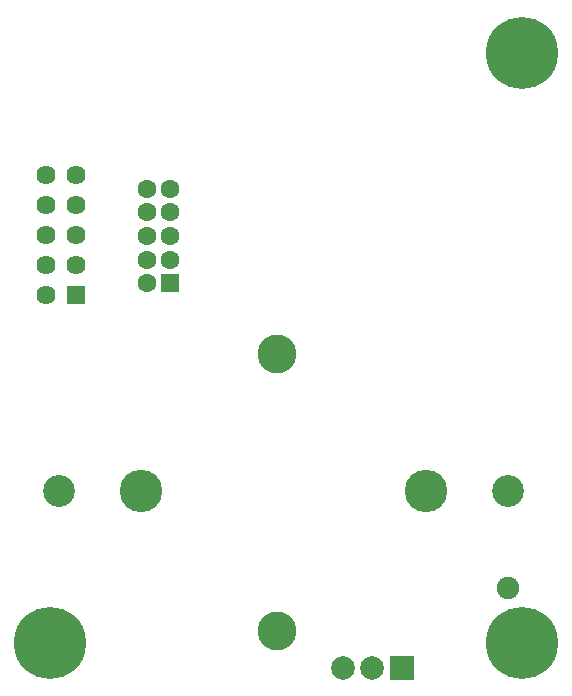
<source format=gbs>
G04*
G04 #@! TF.GenerationSoftware,Altium Limited,Altium Designer,18.1.7 (191)*
G04*
G04 Layer_Color=16711935*
%FSLAX24Y24*%
%MOIN*%
G70*
G01*
G75*
%ADD43C,0.2402*%
%ADD44C,0.0748*%
%ADD46C,0.0639*%
%ADD47R,0.0639X0.0639*%
%ADD48C,0.1299*%
%ADD49C,0.0630*%
%ADD50R,0.0630X0.0630*%
%ADD51C,0.1063*%
%ADD52C,0.1417*%
%ADD81C,0.0789*%
%ADD82R,0.0789X0.0789*%
D43*
X17323Y21220D02*
D03*
Y1535D02*
D03*
X1575D02*
D03*
D44*
X16850Y3386D02*
D03*
D46*
X2457Y14142D02*
D03*
Y17142D02*
D03*
Y16142D02*
D03*
X1457Y14142D02*
D03*
Y13142D02*
D03*
Y17142D02*
D03*
Y16142D02*
D03*
X2457Y15142D02*
D03*
X1457D02*
D03*
D47*
X2457Y13142D02*
D03*
D48*
X9152Y1929D02*
D03*
X9144Y11181D02*
D03*
D49*
X4813Y16683D02*
D03*
Y15896D02*
D03*
Y15108D02*
D03*
Y14321D02*
D03*
Y13533D02*
D03*
X5600Y16683D02*
D03*
Y15896D02*
D03*
Y15108D02*
D03*
Y14321D02*
D03*
D50*
Y13533D02*
D03*
D51*
X16850Y6614D02*
D03*
X1890D02*
D03*
D52*
X14134D02*
D03*
X4606D02*
D03*
D81*
X12333Y719D02*
D03*
X11348D02*
D03*
D82*
X13317D02*
D03*
M02*

</source>
